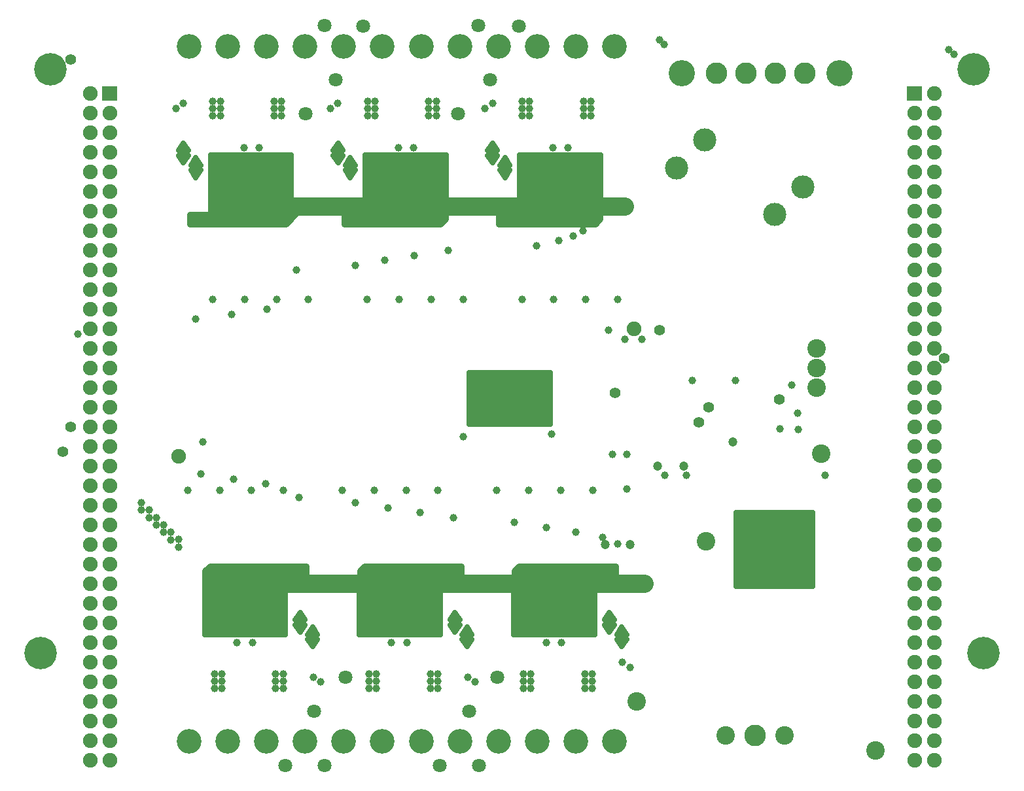
<source format=gbr>
%FSLAX34Y34*%
%MOMM*%
%LNSOLDERMASK_BOTTOM*%
G71*
G01*
%ADD10C,3.200*%
%ADD11C,1.000*%
%ADD12C,0.700*%
%ADD13C,1.900*%
%ADD14C,4.200*%
%ADD15C,2.800*%
%ADD16C,2.400*%
%ADD17C,3.400*%
%ADD18C,0.800*%
%ADD19C,1.400*%
%ADD20C,1.200*%
%ADD21C,1.900*%
%ADD22C,1.300*%
%ADD23C,2.400*%
%ADD24C,3.000*%
%ADD25C,2.400*%
%ADD26C,1.800*%
%LPD*%
X579890Y49750D02*
G54D10*
D03*
X529890Y49750D02*
G54D10*
D03*
X479890Y49750D02*
G54D10*
D03*
X429890Y49750D02*
G54D10*
D03*
X379890Y49750D02*
G54D10*
D03*
X329890Y49750D02*
G54D10*
D03*
X279890Y49750D02*
G54D10*
D03*
X229890Y49750D02*
G54D10*
D03*
X779890Y49750D02*
G54D10*
D03*
X729890Y49750D02*
G54D10*
D03*
X679890Y49750D02*
G54D10*
D03*
X629890Y49750D02*
G54D10*
D03*
X268875Y213450D02*
G54D11*
D03*
X268875Y232500D02*
G54D11*
D03*
X268875Y222975D02*
G54D11*
D03*
X278400Y213450D02*
G54D11*
D03*
X278400Y232500D02*
G54D11*
D03*
X278400Y222975D02*
G54D11*
D03*
X287925Y213450D02*
G54D11*
D03*
X287925Y232500D02*
G54D11*
D03*
X287925Y222975D02*
G54D11*
D03*
X297450Y213450D02*
G54D11*
D03*
X297450Y232500D02*
G54D11*
D03*
X297450Y222975D02*
G54D11*
D03*
X306975Y213450D02*
G54D11*
D03*
X306975Y232500D02*
G54D11*
D03*
X306975Y222975D02*
G54D11*
D03*
X316500Y213450D02*
G54D11*
D03*
X316500Y232500D02*
G54D11*
D03*
X316500Y222975D02*
G54D11*
D03*
X326025Y213450D02*
G54D11*
D03*
X326025Y232500D02*
G54D11*
D03*
X326025Y222975D02*
G54D11*
D03*
X335550Y213450D02*
G54D11*
D03*
X335550Y232500D02*
G54D11*
D03*
X335550Y222975D02*
G54D11*
D03*
G36*
X354600Y188050D02*
X354600Y264249D01*
X249825Y264250D01*
X249825Y188050D01*
X354600Y188050D01*
G37*
G54D12*
X354600Y188050D02*
X354600Y264249D01*
X249825Y264250D01*
X249825Y188050D01*
X354600Y188050D01*
G36*
X1177900Y898500D02*
X1177900Y879500D01*
X1158900Y879500D01*
X1158900Y898500D01*
X1177900Y898500D01*
G37*
X1193800Y889000D02*
G54D13*
D03*
X1168400Y863600D02*
G54D13*
D03*
X1193800Y863600D02*
G54D13*
D03*
X1168400Y838200D02*
G54D13*
D03*
X1193800Y838200D02*
G54D13*
D03*
X1168400Y812800D02*
G54D13*
D03*
X1193800Y812800D02*
G54D13*
D03*
X1168400Y787400D02*
G54D13*
D03*
X1193800Y787400D02*
G54D13*
D03*
X1168400Y762000D02*
G54D13*
D03*
X1193800Y762000D02*
G54D13*
D03*
X1168400Y736600D02*
G54D13*
D03*
X1193800Y736600D02*
G54D13*
D03*
X1168400Y711200D02*
G54D13*
D03*
X1193800Y711200D02*
G54D13*
D03*
X1168400Y685800D02*
G54D13*
D03*
X1193800Y685800D02*
G54D13*
D03*
X1168400Y660400D02*
G54D13*
D03*
X1193800Y660400D02*
G54D13*
D03*
X1168400Y635000D02*
G54D13*
D03*
X1193800Y635000D02*
G54D13*
D03*
X1168400Y609600D02*
G54D13*
D03*
X1193800Y609600D02*
G54D13*
D03*
X1168400Y584200D02*
G54D13*
D03*
X1193800Y584200D02*
G54D13*
D03*
X1193800Y558800D02*
G54D13*
D03*
X1168400Y533400D02*
G54D13*
D03*
X1193800Y533400D02*
G54D13*
D03*
X1168400Y508000D02*
G54D13*
D03*
X1193800Y508000D02*
G54D13*
D03*
X1168400Y482600D02*
G54D13*
D03*
X1193800Y482600D02*
G54D13*
D03*
X1168400Y457200D02*
G54D13*
D03*
X1193800Y457200D02*
G54D13*
D03*
X1168400Y431800D02*
G54D13*
D03*
X1193800Y431800D02*
G54D13*
D03*
X1168400Y406400D02*
G54D13*
D03*
X1193800Y406400D02*
G54D13*
D03*
X1168400Y381000D02*
G54D13*
D03*
X1193800Y381000D02*
G54D13*
D03*
X1168400Y355600D02*
G54D13*
D03*
X1193800Y355600D02*
G54D13*
D03*
X1168400Y330200D02*
G54D13*
D03*
X1193800Y330200D02*
G54D13*
D03*
X1168400Y304800D02*
G54D13*
D03*
X1193800Y304800D02*
G54D13*
D03*
X1168400Y279400D02*
G54D13*
D03*
X1193800Y279400D02*
G54D13*
D03*
X1168400Y254000D02*
G54D13*
D03*
X1193800Y254000D02*
G54D13*
D03*
X1168400Y558800D02*
G54D13*
D03*
X1168400Y228600D02*
G54D13*
D03*
X1193800Y228600D02*
G54D13*
D03*
X1168400Y203200D02*
G54D13*
D03*
X1193800Y203200D02*
G54D13*
D03*
X1168400Y177800D02*
G54D13*
D03*
X1193800Y177800D02*
G54D13*
D03*
X1168400Y152400D02*
G54D13*
D03*
X1193800Y152400D02*
G54D13*
D03*
X1193800Y127000D02*
G54D13*
D03*
X1168400Y101600D02*
G54D13*
D03*
X1193800Y101600D02*
G54D13*
D03*
X1168400Y76200D02*
G54D13*
D03*
X1193800Y76200D02*
G54D13*
D03*
X1168400Y50800D02*
G54D13*
D03*
X1193800Y50800D02*
G54D13*
D03*
X1168400Y25400D02*
G54D13*
D03*
X1193800Y25400D02*
G54D13*
D03*
X1168400Y127000D02*
G54D13*
D03*
X1245088Y920171D02*
G54D14*
D03*
X1257788Y164521D02*
G54D14*
D03*
G36*
X136500Y898500D02*
X136500Y879500D01*
X117500Y879500D01*
X117500Y898500D01*
X136500Y898500D01*
G37*
X101600Y889000D02*
G54D13*
D03*
X127000Y863600D02*
G54D13*
D03*
X101600Y863600D02*
G54D13*
D03*
X127000Y838200D02*
G54D13*
D03*
X101600Y838200D02*
G54D13*
D03*
X127000Y812800D02*
G54D13*
D03*
X101600Y812800D02*
G54D13*
D03*
X127000Y787400D02*
G54D13*
D03*
X101600Y787400D02*
G54D13*
D03*
X127000Y762000D02*
G54D13*
D03*
X101600Y762000D02*
G54D13*
D03*
X127000Y736600D02*
G54D13*
D03*
X101600Y736600D02*
G54D13*
D03*
X127000Y711200D02*
G54D13*
D03*
X101600Y711200D02*
G54D13*
D03*
X127000Y685800D02*
G54D13*
D03*
X101600Y685800D02*
G54D13*
D03*
X127000Y660400D02*
G54D13*
D03*
X101600Y660400D02*
G54D13*
D03*
X127000Y635000D02*
G54D13*
D03*
X101600Y635000D02*
G54D13*
D03*
X127000Y609600D02*
G54D13*
D03*
X101600Y609600D02*
G54D13*
D03*
X127000Y584200D02*
G54D13*
D03*
X101600Y584200D02*
G54D13*
D03*
X101600Y558800D02*
G54D13*
D03*
X127000Y533400D02*
G54D13*
D03*
X101600Y533400D02*
G54D13*
D03*
X127000Y508000D02*
G54D13*
D03*
X101600Y508000D02*
G54D13*
D03*
X127000Y482600D02*
G54D13*
D03*
X101600Y482600D02*
G54D13*
D03*
X127000Y457200D02*
G54D13*
D03*
X101600Y457200D02*
G54D13*
D03*
X127000Y431800D02*
G54D13*
D03*
X101600Y431800D02*
G54D13*
D03*
X127000Y406400D02*
G54D13*
D03*
X101600Y406400D02*
G54D13*
D03*
X127000Y381000D02*
G54D13*
D03*
X101600Y381000D02*
G54D13*
D03*
X127000Y355600D02*
G54D13*
D03*
X101600Y355600D02*
G54D13*
D03*
X127000Y330200D02*
G54D13*
D03*
X101600Y330200D02*
G54D13*
D03*
X127000Y304800D02*
G54D13*
D03*
X101600Y304800D02*
G54D13*
D03*
X127000Y279400D02*
G54D13*
D03*
X101600Y279400D02*
G54D13*
D03*
X127000Y254000D02*
G54D13*
D03*
X101600Y254000D02*
G54D13*
D03*
X127000Y558800D02*
G54D13*
D03*
X127000Y228600D02*
G54D13*
D03*
X101600Y228600D02*
G54D13*
D03*
X127000Y203200D02*
G54D13*
D03*
X101600Y203200D02*
G54D13*
D03*
X127000Y177800D02*
G54D13*
D03*
X101600Y177800D02*
G54D13*
D03*
X127000Y152400D02*
G54D13*
D03*
X101600Y152400D02*
G54D13*
D03*
X101600Y127000D02*
G54D13*
D03*
X127000Y101600D02*
G54D13*
D03*
X101600Y101600D02*
G54D13*
D03*
X127000Y76200D02*
G54D13*
D03*
X101600Y76200D02*
G54D13*
D03*
X127000Y50800D02*
G54D13*
D03*
X101600Y50800D02*
G54D13*
D03*
X127000Y25400D02*
G54D13*
D03*
X101600Y25400D02*
G54D13*
D03*
X127000Y127000D02*
G54D13*
D03*
X50312Y920171D02*
G54D14*
D03*
X37612Y164521D02*
G54D14*
D03*
X579890Y949750D02*
G54D10*
D03*
X529890Y949750D02*
G54D10*
D03*
X479890Y949750D02*
G54D10*
D03*
X429890Y949750D02*
G54D10*
D03*
X379890Y949750D02*
G54D10*
D03*
X329890Y949750D02*
G54D10*
D03*
X279890Y949750D02*
G54D10*
D03*
X229890Y949750D02*
G54D10*
D03*
X779890Y949750D02*
G54D10*
D03*
X729890Y949750D02*
G54D10*
D03*
X679890Y949750D02*
G54D10*
D03*
X629890Y949750D02*
G54D10*
D03*
X962000Y57300D02*
G54D15*
D03*
X988579Y915425D02*
G54D16*
D03*
X950479Y915425D02*
G54D16*
D03*
X988579Y915425D02*
G54D16*
D03*
X950479Y915425D02*
G54D16*
D03*
X1026679Y915425D02*
G54D16*
D03*
X912379Y915425D02*
G54D16*
D03*
X1071652Y915424D02*
G54D17*
D03*
X867420Y915423D02*
G54D17*
D03*
X1026679Y915425D02*
G54D15*
D03*
X988579Y915425D02*
G54D15*
D03*
X950479Y915425D02*
G54D15*
D03*
X912379Y915425D02*
G54D15*
D03*
X962000Y57300D02*
G54D16*
D03*
X1000100Y57300D02*
G54D16*
D03*
X962000Y57300D02*
G54D16*
D03*
X1000100Y57300D02*
G54D16*
D03*
X923900Y57300D02*
G54D16*
D03*
X262525Y118200D02*
G54D11*
D03*
X262525Y137250D02*
G54D11*
D03*
X262525Y127725D02*
G54D11*
D03*
X272050Y118200D02*
G54D11*
D03*
X272050Y137250D02*
G54D11*
D03*
X272050Y127725D02*
G54D11*
D03*
X341900Y118200D02*
G54D11*
D03*
X341900Y137250D02*
G54D11*
D03*
X341900Y127725D02*
G54D11*
D03*
X351425Y118200D02*
G54D11*
D03*
X351425Y137250D02*
G54D11*
D03*
X351425Y127725D02*
G54D11*
D03*
X291710Y178022D02*
G54D11*
D03*
X311460Y178022D02*
G54D11*
D03*
G36*
X256754Y277097D02*
X381537Y277090D01*
X381532Y264397D01*
X250397Y264450D01*
X250404Y270747D01*
X256754Y277097D01*
G37*
G54D18*
X256754Y277097D02*
X381537Y277090D01*
X381532Y264397D01*
X250397Y264450D01*
X250404Y270747D01*
X256754Y277097D01*
X781050Y501650D02*
G54D19*
D03*
X993227Y493212D02*
G54D19*
D03*
X869950Y406400D02*
G54D20*
D03*
X933450Y438150D02*
G54D20*
D03*
X127000Y228600D02*
G54D21*
D03*
X101600Y101600D02*
G54D21*
D03*
X101600Y406400D02*
G54D21*
D03*
X1168400Y660400D02*
G54D21*
D03*
X1193800Y660400D02*
G54D21*
D03*
X1193800Y635000D02*
G54D21*
D03*
X1193800Y152400D02*
G54D21*
D03*
X1168400Y279400D02*
G54D21*
D03*
X1193800Y812800D02*
G54D21*
D03*
X127000Y660400D02*
G54D21*
D03*
X678050Y501998D02*
G54D11*
D03*
X678050Y482948D02*
G54D11*
D03*
X678050Y492473D02*
G54D11*
D03*
X668525Y501998D02*
G54D11*
D03*
X668525Y482948D02*
G54D11*
D03*
X668525Y492473D02*
G54D11*
D03*
X659000Y501998D02*
G54D11*
D03*
X659000Y482948D02*
G54D11*
D03*
X659000Y492473D02*
G54D11*
D03*
X649475Y501998D02*
G54D11*
D03*
X649475Y482948D02*
G54D11*
D03*
X649475Y492473D02*
G54D11*
D03*
X639950Y501998D02*
G54D11*
D03*
X639950Y482948D02*
G54D11*
D03*
X639950Y492473D02*
G54D11*
D03*
X630425Y501998D02*
G54D11*
D03*
X630425Y482948D02*
G54D11*
D03*
X630425Y492473D02*
G54D11*
D03*
X620900Y501998D02*
G54D11*
D03*
X620900Y482948D02*
G54D11*
D03*
X620900Y492473D02*
G54D11*
D03*
X611375Y501998D02*
G54D11*
D03*
X611375Y482948D02*
G54D11*
D03*
X611375Y492473D02*
G54D11*
D03*
G36*
X592325Y527398D02*
X592325Y460723D01*
X697100Y460723D01*
X697100Y527398D01*
X592325Y527398D01*
G37*
G54D12*
X592325Y527398D02*
X592325Y460723D01*
X697100Y460723D01*
X697100Y527398D01*
X592325Y527398D01*
X358820Y270897D02*
G54D11*
D03*
X368344Y274072D02*
G54D11*
D03*
X259350Y235675D02*
G54D11*
D03*
X259350Y226150D02*
G54D11*
D03*
X344440Y216308D02*
G54D11*
D03*
X344440Y206782D02*
G54D11*
D03*
G36*
X373570Y191522D02*
X367220Y201047D01*
X379920Y201047D01*
X373570Y191522D01*
G37*
G54D12*
X373570Y191522D02*
X367220Y201047D01*
X379920Y201047D01*
X373570Y191522D01*
G36*
X373617Y216957D02*
X379967Y207432D01*
X367267Y207432D01*
X373617Y216957D01*
G37*
G54D12*
X373617Y216957D02*
X379967Y207432D01*
X367267Y207432D01*
X373617Y216957D01*
G36*
X389444Y172472D02*
X383094Y181997D01*
X395794Y181997D01*
X389444Y172472D01*
G37*
G54D12*
X389444Y172472D02*
X383094Y181997D01*
X395794Y181997D01*
X389444Y172472D01*
G36*
X389492Y197907D02*
X395842Y188382D01*
X383142Y188382D01*
X389492Y197907D01*
G37*
G54D12*
X389492Y197907D02*
X395842Y188382D01*
X383142Y188382D01*
X389492Y197907D01*
X468900Y213450D02*
G54D11*
D03*
X468900Y232500D02*
G54D11*
D03*
X468900Y222975D02*
G54D11*
D03*
X478425Y213450D02*
G54D11*
D03*
X478425Y232500D02*
G54D11*
D03*
X478425Y222975D02*
G54D11*
D03*
X487950Y213450D02*
G54D11*
D03*
X487950Y232500D02*
G54D11*
D03*
X487950Y222975D02*
G54D11*
D03*
X497475Y213450D02*
G54D11*
D03*
X497475Y232500D02*
G54D11*
D03*
X497475Y222975D02*
G54D11*
D03*
X507000Y213450D02*
G54D11*
D03*
X507000Y232500D02*
G54D11*
D03*
X507000Y222975D02*
G54D11*
D03*
X516525Y213450D02*
G54D11*
D03*
X516525Y232500D02*
G54D11*
D03*
X516525Y222975D02*
G54D11*
D03*
X526050Y213450D02*
G54D11*
D03*
X526050Y232500D02*
G54D11*
D03*
X526050Y222975D02*
G54D11*
D03*
X535575Y213450D02*
G54D11*
D03*
X535575Y232500D02*
G54D11*
D03*
X535575Y222975D02*
G54D11*
D03*
G36*
X554625Y188050D02*
X554625Y264249D01*
X449850Y264250D01*
X449850Y188050D01*
X554625Y188050D01*
G37*
G54D12*
X554625Y188050D02*
X554625Y264249D01*
X449850Y264250D01*
X449850Y188050D01*
X554625Y188050D01*
X462550Y118200D02*
G54D11*
D03*
X462550Y137250D02*
G54D11*
D03*
X462550Y127725D02*
G54D11*
D03*
X472075Y118200D02*
G54D11*
D03*
X472075Y137250D02*
G54D11*
D03*
X472075Y127725D02*
G54D11*
D03*
X541925Y118200D02*
G54D11*
D03*
X541925Y137250D02*
G54D11*
D03*
X541925Y127725D02*
G54D11*
D03*
X551450Y118200D02*
G54D11*
D03*
X551450Y137250D02*
G54D11*
D03*
X551450Y127725D02*
G54D11*
D03*
X491734Y178022D02*
G54D11*
D03*
X511484Y178022D02*
G54D11*
D03*
G36*
X456780Y277097D02*
X581562Y277090D01*
X581557Y264397D01*
X450422Y264450D01*
X450430Y270747D01*
X456780Y277097D01*
G37*
G54D18*
X456780Y277097D02*
X581562Y277090D01*
X581557Y264397D01*
X450422Y264450D01*
X450430Y270747D01*
X456780Y277097D01*
X558844Y270897D02*
G54D11*
D03*
X568370Y274072D02*
G54D11*
D03*
X459375Y235675D02*
G54D11*
D03*
X459375Y226150D02*
G54D11*
D03*
X544465Y216308D02*
G54D11*
D03*
X544465Y206782D02*
G54D11*
D03*
G36*
X573594Y191522D02*
X567244Y201047D01*
X579944Y201047D01*
X573594Y191522D01*
G37*
G54D12*
X573594Y191522D02*
X567244Y201047D01*
X579944Y201047D01*
X573594Y191522D01*
G36*
X573642Y216957D02*
X579992Y207432D01*
X567292Y207432D01*
X573642Y216957D01*
G37*
G54D12*
X573642Y216957D02*
X579992Y207432D01*
X567292Y207432D01*
X573642Y216957D01*
G36*
X589470Y172472D02*
X583120Y181997D01*
X595820Y181997D01*
X589470Y172472D01*
G37*
G54D12*
X589470Y172472D02*
X583120Y181997D01*
X595820Y181997D01*
X589470Y172472D01*
G36*
X589517Y197907D02*
X595867Y188382D01*
X583167Y188382D01*
X589517Y197907D01*
G37*
G54D12*
X589517Y197907D02*
X595867Y188382D01*
X583167Y188382D01*
X589517Y197907D01*
X668925Y213450D02*
G54D11*
D03*
X668925Y232500D02*
G54D11*
D03*
X668925Y222975D02*
G54D11*
D03*
X678450Y213450D02*
G54D11*
D03*
X678450Y232500D02*
G54D11*
D03*
X678450Y222975D02*
G54D11*
D03*
X687975Y213450D02*
G54D11*
D03*
X687975Y232500D02*
G54D11*
D03*
X687975Y222975D02*
G54D11*
D03*
X697500Y213450D02*
G54D11*
D03*
X697500Y232500D02*
G54D11*
D03*
X697500Y222975D02*
G54D11*
D03*
X707025Y213450D02*
G54D11*
D03*
X707025Y232500D02*
G54D11*
D03*
X707025Y222975D02*
G54D11*
D03*
X716550Y213450D02*
G54D11*
D03*
X716550Y232500D02*
G54D11*
D03*
X716550Y222975D02*
G54D11*
D03*
X726075Y213450D02*
G54D11*
D03*
X726075Y232500D02*
G54D11*
D03*
X726075Y222975D02*
G54D11*
D03*
X735600Y213450D02*
G54D11*
D03*
X735600Y232500D02*
G54D11*
D03*
X735600Y222975D02*
G54D11*
D03*
G36*
X754650Y188050D02*
X754650Y264249D01*
X649875Y264250D01*
X649875Y188050D01*
X754650Y188050D01*
G37*
G54D12*
X754650Y188050D02*
X754650Y264249D01*
X649875Y264250D01*
X649875Y188050D01*
X754650Y188050D01*
X662575Y118200D02*
G54D11*
D03*
X662575Y137250D02*
G54D11*
D03*
X662575Y127725D02*
G54D11*
D03*
X672100Y118200D02*
G54D11*
D03*
X672100Y137250D02*
G54D11*
D03*
X672100Y127725D02*
G54D11*
D03*
X741950Y118200D02*
G54D11*
D03*
X741950Y137250D02*
G54D11*
D03*
X741950Y127725D02*
G54D11*
D03*
X751475Y118200D02*
G54D11*
D03*
X751475Y137250D02*
G54D11*
D03*
X751475Y127725D02*
G54D11*
D03*
X691760Y178022D02*
G54D11*
D03*
X711510Y178022D02*
G54D11*
D03*
G36*
X656804Y277097D02*
X781587Y277090D01*
X781582Y264397D01*
X650447Y264450D01*
X650454Y270747D01*
X656804Y277097D01*
G37*
G54D18*
X656804Y277097D02*
X781587Y277090D01*
X781582Y264397D01*
X650447Y264450D01*
X650454Y270747D01*
X656804Y277097D01*
X758870Y270897D02*
G54D11*
D03*
X768394Y274072D02*
G54D11*
D03*
X659400Y235675D02*
G54D11*
D03*
X659400Y226150D02*
G54D11*
D03*
X744490Y216308D02*
G54D11*
D03*
X744490Y206782D02*
G54D11*
D03*
G36*
X773620Y191522D02*
X767270Y201047D01*
X779970Y201047D01*
X773620Y191522D01*
G37*
G54D12*
X773620Y191522D02*
X767270Y201047D01*
X779970Y201047D01*
X773620Y191522D01*
G36*
X773667Y216957D02*
X780017Y207432D01*
X767317Y207432D01*
X773667Y216957D01*
G37*
G54D12*
X773667Y216957D02*
X780017Y207432D01*
X767317Y207432D01*
X773667Y216957D01*
G36*
X789494Y172472D02*
X783144Y181997D01*
X795844Y181997D01*
X789494Y172472D01*
G37*
G54D12*
X789494Y172472D02*
X783144Y181997D01*
X795844Y181997D01*
X789494Y172472D01*
G36*
X789542Y197907D02*
X795892Y188382D01*
X783192Y188382D01*
X789542Y197907D01*
G37*
G54D12*
X789542Y197907D02*
X795892Y188382D01*
X783192Y188382D01*
X789542Y197907D01*
X949300Y336700D02*
G54D22*
D03*
X962000Y336700D02*
G54D22*
D03*
X974700Y336700D02*
G54D22*
D03*
X987400Y336700D02*
G54D22*
D03*
X949300Y324000D02*
G54D22*
D03*
X962000Y324000D02*
G54D22*
D03*
X974700Y324000D02*
G54D22*
D03*
X987400Y324000D02*
G54D22*
D03*
X949300Y311300D02*
G54D22*
D03*
X962000Y311300D02*
G54D22*
D03*
X974700Y311300D02*
G54D22*
D03*
X987400Y311300D02*
G54D22*
D03*
X949300Y298600D02*
G54D22*
D03*
X962000Y298600D02*
G54D22*
D03*
X974700Y298600D02*
G54D22*
D03*
X987400Y298600D02*
G54D22*
D03*
X949300Y285900D02*
G54D22*
D03*
X962000Y285900D02*
G54D22*
D03*
X974700Y285900D02*
G54D22*
D03*
X987400Y285900D02*
G54D22*
D03*
X949300Y273200D02*
G54D22*
D03*
X949300Y260500D02*
G54D22*
D03*
X962000Y273200D02*
G54D22*
D03*
X962000Y260500D02*
G54D22*
D03*
X974700Y273200D02*
G54D22*
D03*
X974700Y260500D02*
G54D22*
D03*
X987400Y273200D02*
G54D22*
D03*
X987400Y260500D02*
G54D22*
D03*
X1000100Y336700D02*
G54D22*
D03*
X1000100Y324000D02*
G54D22*
D03*
X1000100Y311300D02*
G54D22*
D03*
X1000100Y298600D02*
G54D22*
D03*
X1000100Y285900D02*
G54D22*
D03*
X1000100Y273200D02*
G54D22*
D03*
X1000100Y260500D02*
G54D22*
D03*
X1012800Y336700D02*
G54D22*
D03*
X1012800Y324000D02*
G54D22*
D03*
X1012800Y311300D02*
G54D22*
D03*
X1012800Y298600D02*
G54D22*
D03*
X1012800Y285900D02*
G54D22*
D03*
X1012800Y273200D02*
G54D22*
D03*
X1012800Y260500D02*
G54D22*
D03*
X1025500Y336700D02*
G54D22*
D03*
X1025500Y324000D02*
G54D22*
D03*
X1025500Y311300D02*
G54D22*
D03*
X1025500Y298600D02*
G54D22*
D03*
X1025500Y285900D02*
G54D22*
D03*
X1025500Y273200D02*
G54D22*
D03*
X1025500Y260500D02*
G54D22*
D03*
X993994Y454372D02*
G54D11*
D03*
X1041400Y558800D02*
G54D16*
D03*
X1041400Y533400D02*
G54D16*
D03*
X1041400Y508000D02*
G54D16*
D03*
X1041400Y533400D02*
G54D16*
D03*
X1041400Y558800D02*
G54D23*
D03*
X1017758Y454113D02*
G54D11*
D03*
X898500Y308760D02*
G54D23*
D03*
X896675Y828591D02*
G54D24*
D03*
X743074Y783747D02*
G54D11*
D03*
X743074Y764697D02*
G54D11*
D03*
X743074Y774222D02*
G54D11*
D03*
X733550Y783747D02*
G54D11*
D03*
X733550Y764697D02*
G54D11*
D03*
X733550Y774222D02*
G54D11*
D03*
X724024Y783747D02*
G54D11*
D03*
X724024Y764697D02*
G54D11*
D03*
X724024Y774222D02*
G54D11*
D03*
X714500Y783747D02*
G54D11*
D03*
X714500Y764697D02*
G54D11*
D03*
X714500Y774222D02*
G54D11*
D03*
X704974Y783747D02*
G54D11*
D03*
X704975Y764697D02*
G54D11*
D03*
X704974Y774222D02*
G54D11*
D03*
X695450Y783747D02*
G54D11*
D03*
X695450Y764697D02*
G54D11*
D03*
X695450Y774222D02*
G54D11*
D03*
X685924Y783747D02*
G54D11*
D03*
X685925Y764697D02*
G54D11*
D03*
X685925Y774222D02*
G54D11*
D03*
X676400Y783747D02*
G54D11*
D03*
X676400Y764697D02*
G54D11*
D03*
X676400Y774222D02*
G54D11*
D03*
G36*
X657350Y809147D02*
X657349Y732948D01*
X762124Y732947D01*
X762124Y809147D01*
X657350Y809147D01*
G37*
G54D12*
X657350Y809147D02*
X657349Y732948D01*
X762124Y732947D01*
X762124Y809147D01*
X657350Y809147D01*
X749424Y878997D02*
G54D11*
D03*
X749425Y859947D02*
G54D11*
D03*
X749424Y869472D02*
G54D11*
D03*
X739900Y878997D02*
G54D11*
D03*
X739900Y859947D02*
G54D11*
D03*
X739900Y869472D02*
G54D11*
D03*
X670050Y878997D02*
G54D11*
D03*
X670050Y859947D02*
G54D11*
D03*
X670050Y869472D02*
G54D11*
D03*
X660524Y878997D02*
G54D11*
D03*
X660524Y859947D02*
G54D11*
D03*
X660524Y869472D02*
G54D11*
D03*
X720240Y819175D02*
G54D11*
D03*
X700490Y819175D02*
G54D11*
D03*
G36*
X755195Y720100D02*
X630413Y720106D01*
X630418Y732800D01*
X761552Y732747D01*
X761545Y726450D01*
X755195Y720100D01*
G37*
G54D18*
X755195Y720100D02*
X630413Y720106D01*
X630418Y732800D01*
X761552Y732747D01*
X761545Y726450D01*
X755195Y720100D01*
X653130Y726300D02*
G54D11*
D03*
X643605Y723125D02*
G54D11*
D03*
X752600Y761522D02*
G54D11*
D03*
X752600Y771047D02*
G54D11*
D03*
X667510Y780889D02*
G54D11*
D03*
X667510Y790414D02*
G54D11*
D03*
G36*
X638380Y805675D02*
X644730Y796150D01*
X632030Y796150D01*
X638380Y805675D01*
G37*
G54D12*
X638380Y805675D02*
X644730Y796150D01*
X632030Y796150D01*
X638380Y805675D01*
G36*
X638332Y780240D02*
X631982Y789765D01*
X644683Y789765D01*
X638332Y780240D01*
G37*
G54D12*
X638332Y780240D02*
X631982Y789765D01*
X644683Y789765D01*
X638332Y780240D01*
G36*
X622505Y824725D02*
X628855Y815200D01*
X616155Y815200D01*
X622505Y824725D01*
G37*
G54D12*
X622505Y824725D02*
X628855Y815200D01*
X616155Y815200D01*
X622505Y824725D01*
G36*
X622458Y799290D02*
X616107Y808815D01*
X628808Y808815D01*
X622458Y799290D01*
G37*
G54D12*
X622458Y799290D02*
X616107Y808815D01*
X628808Y808815D01*
X622458Y799290D01*
X543050Y783747D02*
G54D11*
D03*
X543050Y764697D02*
G54D11*
D03*
X543050Y774222D02*
G54D11*
D03*
X533525Y783747D02*
G54D11*
D03*
X533524Y764697D02*
G54D11*
D03*
X533525Y774222D02*
G54D11*
D03*
X524000Y783747D02*
G54D11*
D03*
X524000Y764697D02*
G54D11*
D03*
X524000Y774222D02*
G54D11*
D03*
X514474Y783747D02*
G54D11*
D03*
X514474Y764697D02*
G54D11*
D03*
X514474Y774222D02*
G54D11*
D03*
X504950Y783747D02*
G54D11*
D03*
X504950Y764697D02*
G54D11*
D03*
X504950Y774222D02*
G54D11*
D03*
X495424Y783747D02*
G54D11*
D03*
X495424Y764697D02*
G54D11*
D03*
X495424Y774222D02*
G54D11*
D03*
X485900Y783747D02*
G54D11*
D03*
X485900Y764697D02*
G54D11*
D03*
X485900Y774222D02*
G54D11*
D03*
X476374Y783747D02*
G54D11*
D03*
X476374Y764697D02*
G54D11*
D03*
X476374Y774222D02*
G54D11*
D03*
G36*
X457324Y809147D02*
X457324Y732948D01*
X562100Y732947D01*
X562100Y809147D01*
X457324Y809147D01*
G37*
G54D12*
X457324Y809147D02*
X457324Y732948D01*
X562100Y732947D01*
X562100Y809147D01*
X457324Y809147D01*
X549400Y878997D02*
G54D11*
D03*
X549400Y859947D02*
G54D11*
D03*
X549400Y869472D02*
G54D11*
D03*
X539874Y878997D02*
G54D11*
D03*
X539874Y859947D02*
G54D11*
D03*
X539874Y869472D02*
G54D11*
D03*
X470024Y878997D02*
G54D11*
D03*
X470025Y859947D02*
G54D11*
D03*
X470024Y869472D02*
G54D11*
D03*
X460500Y878997D02*
G54D11*
D03*
X460500Y859947D02*
G54D11*
D03*
X460500Y869472D02*
G54D11*
D03*
X520215Y819175D02*
G54D11*
D03*
X500465Y819175D02*
G54D11*
D03*
G36*
X555170Y720100D02*
X430388Y720106D01*
X430393Y732800D01*
X561527Y732747D01*
X561520Y726450D01*
X555170Y720100D01*
G37*
G54D18*
X555170Y720100D02*
X430388Y720106D01*
X430393Y732800D01*
X561527Y732747D01*
X561520Y726450D01*
X555170Y720100D01*
X453105Y726300D02*
G54D11*
D03*
X443580Y723125D02*
G54D11*
D03*
X552575Y761522D02*
G54D11*
D03*
X552575Y771047D02*
G54D11*
D03*
X467484Y780889D02*
G54D11*
D03*
X467484Y790414D02*
G54D11*
D03*
G36*
X438355Y805675D02*
X444705Y796150D01*
X432005Y796150D01*
X438355Y805675D01*
G37*
G54D12*
X438355Y805675D02*
X444705Y796150D01*
X432005Y796150D01*
X438355Y805675D01*
G36*
X438308Y780240D02*
X431957Y789765D01*
X444658Y789765D01*
X438308Y780240D01*
G37*
G54D12*
X438308Y780240D02*
X431957Y789765D01*
X444658Y789765D01*
X438308Y780240D01*
G36*
X422480Y824725D02*
X428830Y815200D01*
X416130Y815200D01*
X422480Y824725D01*
G37*
G54D12*
X422480Y824725D02*
X428830Y815200D01*
X416130Y815200D01*
X422480Y824725D01*
G36*
X422432Y799290D02*
X416082Y808815D01*
X428782Y808815D01*
X422432Y799290D01*
G37*
G54D12*
X422432Y799290D02*
X416082Y808815D01*
X428782Y808815D01*
X422432Y799290D01*
X343024Y783747D02*
G54D11*
D03*
X343024Y764697D02*
G54D11*
D03*
X343024Y774222D02*
G54D11*
D03*
X333500Y783747D02*
G54D11*
D03*
X333500Y764697D02*
G54D11*
D03*
X333500Y774222D02*
G54D11*
D03*
X323974Y783747D02*
G54D11*
D03*
X323974Y764697D02*
G54D11*
D03*
X323974Y774222D02*
G54D11*
D03*
X314450Y783747D02*
G54D11*
D03*
X314450Y764697D02*
G54D11*
D03*
X314450Y774222D02*
G54D11*
D03*
X304924Y783747D02*
G54D11*
D03*
X304924Y764697D02*
G54D11*
D03*
X304924Y774222D02*
G54D11*
D03*
X295400Y783747D02*
G54D11*
D03*
X295400Y764697D02*
G54D11*
D03*
X295400Y774222D02*
G54D11*
D03*
X285875Y783747D02*
G54D11*
D03*
X285875Y764697D02*
G54D11*
D03*
X285875Y774222D02*
G54D11*
D03*
X276350Y783747D02*
G54D11*
D03*
X276350Y764697D02*
G54D11*
D03*
X276350Y774222D02*
G54D11*
D03*
G36*
X257300Y809147D02*
X257299Y732948D01*
X362074Y732947D01*
X362074Y809147D01*
X257300Y809147D01*
G37*
G54D12*
X257300Y809147D02*
X257299Y732948D01*
X362074Y732947D01*
X362074Y809147D01*
X257300Y809147D01*
X349375Y878997D02*
G54D11*
D03*
X349375Y859947D02*
G54D11*
D03*
X349375Y869472D02*
G54D11*
D03*
X339850Y878997D02*
G54D11*
D03*
X339850Y859947D02*
G54D11*
D03*
X339850Y869472D02*
G54D11*
D03*
X270000Y878997D02*
G54D11*
D03*
X270000Y859947D02*
G54D11*
D03*
X270000Y869472D02*
G54D11*
D03*
X260474Y878997D02*
G54D11*
D03*
X260474Y859947D02*
G54D11*
D03*
X260474Y869472D02*
G54D11*
D03*
X320190Y819175D02*
G54D11*
D03*
X300440Y819175D02*
G54D11*
D03*
G36*
X355145Y720100D02*
X230362Y720106D01*
X230368Y732800D01*
X361502Y732747D01*
X361495Y726450D01*
X355145Y720100D01*
G37*
G54D18*
X355145Y720100D02*
X230362Y720106D01*
X230368Y732800D01*
X361502Y732747D01*
X361495Y726450D01*
X355145Y720100D01*
X253080Y726300D02*
G54D11*
D03*
X243555Y723125D02*
G54D11*
D03*
X352550Y761522D02*
G54D11*
D03*
X352550Y771047D02*
G54D11*
D03*
X267460Y780889D02*
G54D11*
D03*
X267460Y790414D02*
G54D11*
D03*
G36*
X238330Y805675D02*
X244680Y796150D01*
X231980Y796150D01*
X238330Y805675D01*
G37*
G54D12*
X238330Y805675D02*
X244680Y796150D01*
X231980Y796150D01*
X238330Y805675D01*
G36*
X238282Y780240D02*
X231932Y789765D01*
X244633Y789765D01*
X238282Y780240D01*
G37*
G54D12*
X238282Y780240D02*
X231932Y789765D01*
X244633Y789765D01*
X238282Y780240D01*
G36*
X222455Y824725D02*
X228805Y815200D01*
X216105Y815200D01*
X222455Y824725D01*
G37*
G54D12*
X222455Y824725D02*
X228805Y815200D01*
X216105Y815200D01*
X222455Y824725D01*
G36*
X222408Y799290D02*
X216057Y808815D01*
X228758Y808815D01*
X222408Y799290D01*
G37*
G54D12*
X222408Y799290D02*
X216057Y808815D01*
X228758Y808815D01*
X222408Y799290D01*
X838834Y582930D02*
G54D19*
D03*
X245045Y396175D02*
G54D11*
D03*
X287272Y389825D02*
G54D11*
D03*
X328865Y383475D02*
G54D11*
D03*
X371727Y365695D02*
G54D11*
D03*
X444500Y358775D02*
G54D11*
D03*
X487045Y352425D02*
G54D11*
D03*
X528955Y346075D02*
G54D11*
D03*
X571500Y339725D02*
G54D11*
D03*
X650875Y333375D02*
G54D11*
D03*
X692150Y327025D02*
G54D11*
D03*
X730250Y320675D02*
G54D11*
D03*
X765175Y314325D02*
G54D11*
D03*
X739775Y711200D02*
G54D11*
D03*
X727075Y704850D02*
G54D11*
D03*
X708025Y698500D02*
G54D11*
D03*
X679450Y692150D02*
G54D11*
D03*
X565150Y685800D02*
G54D11*
D03*
X520700Y679450D02*
G54D11*
D03*
X482600Y673100D02*
G54D11*
D03*
X444500Y666750D02*
G54D11*
D03*
X368300Y660400D02*
G54D11*
D03*
X330200Y609600D02*
G54D11*
D03*
X284480Y603250D02*
G54D11*
D03*
X238125Y596900D02*
G54D11*
D03*
G54D25*
X353615Y729939D02*
X366626Y742950D01*
X793750Y742950D01*
G54D25*
X349250Y254038D02*
X819150Y254000D01*
X1017358Y475113D02*
G54D11*
D03*
X889000Y463549D02*
G54D19*
D03*
X815468Y570472D02*
G54D11*
D03*
X777368Y421882D02*
G54D11*
D03*
X796318Y421692D02*
G54D11*
D03*
X698500Y447675D02*
G54D11*
D03*
X784225Y622300D02*
G54D11*
D03*
X742950Y622300D02*
G54D11*
D03*
X701675Y622300D02*
G54D11*
D03*
X660400Y622300D02*
G54D11*
D03*
X584200Y622300D02*
G54D11*
D03*
X542925Y622300D02*
G54D11*
D03*
X501650Y622300D02*
G54D11*
D03*
X460375Y622300D02*
G54D11*
D03*
X384175Y622300D02*
G54D11*
D03*
X342900Y622300D02*
G54D11*
D03*
X301625Y622300D02*
G54D11*
D03*
X260350Y622300D02*
G54D11*
D03*
X751868Y374702D02*
G54D11*
D03*
X796318Y376607D02*
G54D11*
D03*
X845609Y394759D02*
G54D11*
D03*
X1053041Y394759D02*
G54D11*
D03*
X873125Y394335D02*
G54D11*
D03*
X1009650Y511175D02*
G54D11*
D03*
X881062Y517525D02*
G54D11*
D03*
X584200Y444500D02*
G54D11*
D03*
X896675Y828591D02*
G54D24*
D03*
X860754Y792670D02*
G54D24*
D03*
X1023675Y768266D02*
G54D24*
D03*
X390525Y133350D02*
G54D11*
D03*
X400050Y127000D02*
G54D11*
D03*
X590550Y133350D02*
G54D11*
D03*
X600075Y127000D02*
G54D11*
D03*
X790575Y152400D02*
G54D11*
D03*
X800100Y146050D02*
G54D11*
D03*
X222250Y876300D02*
G54D11*
D03*
X422275Y876300D02*
G54D11*
D03*
X622300Y876300D02*
G54D11*
D03*
X612775Y869950D02*
G54D11*
D03*
X412900Y869800D02*
G54D11*
D03*
X212725Y869950D02*
G54D11*
D03*
X215952Y301677D02*
G54D11*
D03*
X215952Y311202D02*
G54D11*
D03*
X206375Y311150D02*
G54D11*
D03*
X206427Y320727D02*
G54D11*
D03*
X196902Y320727D02*
G54D11*
D03*
X196902Y330252D02*
G54D11*
D03*
X187377Y330252D02*
G54D11*
D03*
X187377Y339777D02*
G54D11*
D03*
X177852Y339777D02*
G54D11*
D03*
X177852Y349302D02*
G54D11*
D03*
X168327Y349302D02*
G54D11*
D03*
X168327Y358827D02*
G54D11*
D03*
X800100Y304800D02*
G54D20*
D03*
X768350Y304800D02*
G54D20*
D03*
X784225Y305435D02*
G54D11*
D03*
X836150Y406400D02*
G54D20*
D03*
X247650Y438150D02*
G54D11*
D03*
X215900Y419100D02*
G54D21*
D03*
X710593Y374702D02*
G54D11*
D03*
X669318Y374702D02*
G54D11*
D03*
X628043Y374702D02*
G54D11*
D03*
X551843Y374702D02*
G54D11*
D03*
X510568Y374702D02*
G54D11*
D03*
X469293Y374702D02*
G54D11*
D03*
X428018Y374702D02*
G54D11*
D03*
X351818Y374702D02*
G54D11*
D03*
X310543Y374702D02*
G54D11*
D03*
X269268Y374702D02*
G54D11*
D03*
X227993Y374702D02*
G54D11*
D03*
X805180Y584200D02*
G54D21*
D03*
G36*
X937745Y346050D02*
X1036955Y346050D01*
X1036955Y250825D01*
X937745Y250825D01*
X937745Y346050D01*
G37*
G54D12*
X937745Y346050D02*
X1036955Y346050D01*
X1036955Y250825D01*
X937745Y250825D01*
X937745Y346050D01*
X1047750Y422275D02*
G54D16*
D03*
X838200Y958850D02*
G54D11*
D03*
X844550Y952500D02*
G54D11*
D03*
X1212850Y946150D02*
G54D11*
D03*
X1219200Y939800D02*
G54D11*
D03*
X1206500Y546100D02*
G54D19*
D03*
X1117600Y38100D02*
G54D16*
D03*
X809200Y102025D02*
G54D16*
D03*
X604520Y19050D02*
G54D26*
D03*
X405130Y19050D02*
G54D26*
D03*
X628650Y133350D02*
G54D26*
D03*
X431800Y133350D02*
G54D26*
D03*
X404867Y977002D02*
G54D26*
D03*
X604257Y977002D02*
G54D26*
D03*
X380737Y862702D02*
G54D26*
D03*
X577587Y862702D02*
G54D26*
D03*
X76200Y457200D02*
G54D19*
D03*
X76200Y933450D02*
G54D19*
D03*
X901700Y482600D02*
G54D19*
D03*
X936625Y517525D02*
G54D11*
D03*
X354330Y19050D02*
G54D26*
D03*
X391795Y88900D02*
G54D26*
D03*
X554355Y19050D02*
G54D26*
D03*
X591820Y88900D02*
G54D26*
D03*
X656398Y976611D02*
G54D26*
D03*
X618933Y906761D02*
G54D26*
D03*
X455103Y976611D02*
G54D26*
D03*
X419543Y906761D02*
G54D26*
D03*
X66675Y425450D02*
G54D19*
D03*
X85725Y577850D02*
G54D11*
D03*
X793243Y570472D02*
G54D11*
D03*
X772160Y582931D02*
G54D11*
D03*
X1023675Y768266D02*
G54D24*
D03*
X987754Y732345D02*
G54D24*
D03*
M02*

</source>
